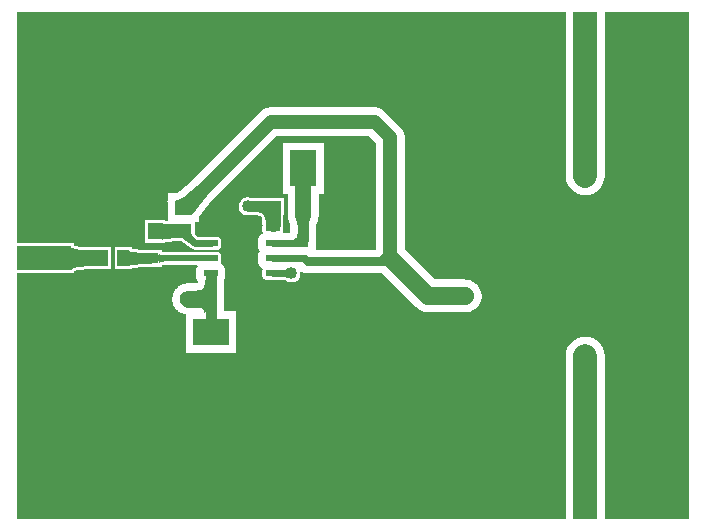
<source format=gbr>
%TF.GenerationSoftware,Altium Limited,Altium Designer,25.0.2 (28)*%
G04 Layer_Physical_Order=1*
G04 Layer_Color=255*
%FSLAX45Y45*%
%MOMM*%
%TF.SameCoordinates,B98E361C-49A8-4C36-954A-03D76396FE22*%
%TF.FilePolarity,Positive*%
%TF.FileFunction,Copper,L1,Top,Signal*%
%TF.Part,Single*%
G01*
G75*
%TA.AperFunction,SMDPad,SMDef*%
G04:AMPARAMS|DCode=10|XSize=2.74681mm|YSize=4.9mm|CornerRadius=0.05494mm|HoleSize=0mm|Usage=FLASHONLY|Rotation=0.000|XOffset=0mm|YOffset=0mm|HoleType=Round|Shape=RoundedRectangle|*
%AMROUNDEDRECTD10*
21,1,2.74681,4.79013,0,0,0.0*
21,1,2.63694,4.90000,0,0,0.0*
1,1,0.10987,1.31847,-2.39507*
1,1,0.10987,-1.31847,-2.39507*
1,1,0.10987,-1.31847,2.39507*
1,1,0.10987,1.31847,2.39507*
%
%ADD10ROUNDEDRECTD10*%
%TA.AperFunction,SMDPad,CuDef*%
G04:AMPARAMS|DCode=11|XSize=0.55mm|YSize=1.25mm|CornerRadius=0.0495mm|HoleSize=0mm|Usage=FLASHONLY|Rotation=90.000|XOffset=0mm|YOffset=0mm|HoleType=Round|Shape=RoundedRectangle|*
%AMROUNDEDRECTD11*
21,1,0.55000,1.15100,0,0,90.0*
21,1,0.45100,1.25000,0,0,90.0*
1,1,0.09900,0.57550,0.22550*
1,1,0.09900,0.57550,-0.22550*
1,1,0.09900,-0.57550,-0.22550*
1,1,0.09900,-0.57550,0.22550*
%
%ADD11ROUNDEDRECTD11*%
%ADD12R,3.04800X2.28600*%
%ADD13R,1.20000X1.45000*%
%ADD14R,0.95000X1.40000*%
%ADD15R,1.40000X0.95000*%
%TA.AperFunction,ConnectorPad*%
%ADD16R,4.57200X1.27000*%
%ADD17R,4.57200X2.03200*%
%ADD18R,1.27000X4.57200*%
%ADD19R,2.03200X4.57200*%
%TA.AperFunction,SMDPad,CuDef*%
%ADD20R,2.28600X3.04800*%
%ADD21R,1.45000X1.20000*%
%ADD22R,1.00000X1.35000*%
%TA.AperFunction,Conductor*%
%ADD23C,1.19380*%
%ADD24C,1.52400*%
%ADD25C,0.55880*%
%ADD26C,0.93980*%
%ADD27C,1.34620*%
%ADD28C,1.24460*%
%ADD29C,2.03200*%
%ADD30C,0.63500*%
%ADD31C,0.76200*%
%ADD32C,1.39700*%
%ADD33C,0.95250*%
%ADD34C,0.53340*%
%TA.AperFunction,ComponentPad*%
%ADD35C,1.52400*%
%TA.AperFunction,ViaPad*%
%ADD36C,1.34620*%
%ADD37C,1.39700*%
%ADD38C,1.01600*%
%ADD39C,0.50000*%
%ADD40C,0.60960*%
G36*
X8242300Y2552700D02*
X7528560D01*
Y2773313D01*
X7529347Y2781300D01*
Y3937000D01*
X7526208Y3968867D01*
X7516913Y3999510D01*
X7501818Y4027751D01*
X7481503Y4052503D01*
X7456751Y4072818D01*
X7428510Y4087913D01*
X7397867Y4097208D01*
X7366000Y4100347D01*
X7334133Y4097208D01*
X7303490Y4087913D01*
X7275249Y4072818D01*
X7250497Y4052503D01*
X7230182Y4027751D01*
X7215087Y3999510D01*
X7205792Y3968867D01*
X7202653Y3937000D01*
Y2781300D01*
X7203440Y2773313D01*
Y2552700D01*
X2552700D01*
Y4635500D01*
X3008626D01*
X3009595Y4635307D01*
X3010564Y4635500D01*
X3011083D01*
X3011913Y4635411D01*
X3012215Y4635500D01*
X3035300D01*
Y4653328D01*
X3037534Y4654457D01*
X3048392Y4657850D01*
X3063633Y4660985D01*
X3174207Y4668961D01*
X3177488Y4668990D01*
X3251200D01*
X3255834Y4669600D01*
X3350900D01*
Y4855400D01*
X3255834D01*
X3251200Y4856010D01*
X3195588D01*
X3140007Y4857049D01*
X3084990Y4861018D01*
X3064457Y4863845D01*
X3048392Y4867150D01*
X3037535Y4870543D01*
X3035300Y4871672D01*
Y4889500D01*
X3012215D01*
X3011913Y4889589D01*
X3011083Y4889500D01*
X3010564D01*
X3009595Y4889693D01*
X3008626Y4889500D01*
X2552700D01*
Y6845300D01*
X7203440D01*
Y6624687D01*
X7202653Y6616700D01*
Y5461000D01*
X7205792Y5429133D01*
X7215087Y5398490D01*
X7230182Y5370249D01*
X7250497Y5345497D01*
X7275249Y5325182D01*
X7303490Y5310087D01*
X7334133Y5300792D01*
X7366000Y5297653D01*
X7397867Y5300792D01*
X7428510Y5310087D01*
X7456751Y5325182D01*
X7481503Y5345497D01*
X7501818Y5370249D01*
X7516913Y5398490D01*
X7526208Y5429133D01*
X7529347Y5461000D01*
Y6616700D01*
X7528560Y6624687D01*
Y6845300D01*
X8242300D01*
Y2552700D01*
D02*
G37*
G36*
X3011614Y4857338D02*
X3017672Y4851561D01*
X3027769Y4846463D01*
X3041904Y4842045D01*
X3060078Y4838306D01*
X3082290Y4835248D01*
X3138830Y4831169D01*
X3211525Y4829810D01*
Y4695190D01*
X3173158Y4694850D01*
X3060078Y4686694D01*
X3041904Y4682955D01*
X3027769Y4678537D01*
X3017672Y4673439D01*
X3011614Y4667662D01*
X3009595Y4661205D01*
Y4863795D01*
X3011614Y4857338D01*
D02*
G37*
%LPC*%
G36*
X5588000Y6039891D02*
X4702000D01*
X4670504Y6035745D01*
X4641154Y6023588D01*
X4615951Y6004249D01*
X4034503Y5422800D01*
X4033994Y5422479D01*
X3987504Y5378314D01*
X3948087Y5345548D01*
X3932012Y5333963D01*
X3917580Y5324822D01*
X3905665Y5318483D01*
X3896775Y5314811D01*
X3891557Y5313395D01*
X3884020Y5312641D01*
X3882115Y5312060D01*
X3828940D01*
Y5250918D01*
X3828328Y5244931D01*
X3828375Y5244775D01*
X3828359Y5244611D01*
X3828940Y5242705D01*
Y5087340D01*
X3821510Y5080410D01*
X3812016Y5081073D01*
X3806500Y5081788D01*
Y5089000D01*
X3781764D01*
X3780795Y5089193D01*
X3779826Y5089000D01*
X3635700D01*
Y4994324D01*
X3635276Y4991100D01*
X3635700Y4987876D01*
Y4893200D01*
X3779826D01*
X3780795Y4893007D01*
X3781764Y4893200D01*
X3806500D01*
Y4898526D01*
X3924625Y4905276D01*
X3945141D01*
X4025329Y4851259D01*
X4025544Y4851044D01*
X4043188Y4839255D01*
X4064000Y4835115D01*
X4195200D01*
X4199677Y4836006D01*
X4252750D01*
X4264592Y4838361D01*
X4274631Y4845069D01*
X4281339Y4855108D01*
X4283695Y4866950D01*
Y4912050D01*
X4281339Y4923892D01*
X4274631Y4933931D01*
X4264592Y4940639D01*
X4252750Y4942994D01*
X4199677D01*
X4195200Y4943885D01*
X4086527D01*
X4086037Y4944375D01*
X4070975Y4961238D01*
X4064522Y4969501D01*
X4060300Y4975692D01*
Y5070140D01*
X4095860D01*
Y5108819D01*
X4208609Y5252712D01*
X4752406Y5796509D01*
X5537594D01*
X5593309Y5740794D01*
Y4843960D01*
X5586124Y4836776D01*
X5086859Y4836854D01*
Y4911695D01*
X5087281Y4914900D01*
Y5001001D01*
X5087543Y5002285D01*
X5087603Y5014148D01*
X5088479Y5042690D01*
X5089261Y5051871D01*
X5090444Y5053412D01*
X5093689Y5061246D01*
X5097929Y5068590D01*
X5100123Y5076780D01*
X5103369Y5084615D01*
X5104475Y5093023D01*
X5106670Y5101213D01*
Y5109692D01*
X5107777Y5118100D01*
Y5311140D01*
X5153660D01*
Y5737860D01*
X4803140D01*
Y5311140D01*
X4849023D01*
Y5118100D01*
X4850130Y5109692D01*
Y5101213D01*
X4852325Y5093023D01*
X4853431Y5084615D01*
X4856677Y5076780D01*
X4858871Y5068590D01*
X4863111Y5061246D01*
X4866356Y5053412D01*
X4866872Y5052739D01*
X4869201Y5013270D01*
X4869256Y5002285D01*
X4869518Y5001001D01*
Y4979167D01*
X4815663D01*
X4807775Y4989327D01*
X4808694Y4993950D01*
Y5039050D01*
X4807397Y5045572D01*
X4808586Y5054600D01*
Y5130500D01*
X4815599D01*
Y5276300D01*
X4721075D01*
X4720199Y5276415D01*
X4650893D01*
X4650504Y5276493D01*
X4650485Y5276489D01*
X4650466Y5276493D01*
X4597055Y5276415D01*
X4530420D01*
X4518532Y5279601D01*
X4498468D01*
X4479088Y5274408D01*
X4461712Y5264376D01*
X4447525Y5250189D01*
X4437493Y5232813D01*
X4432300Y5213433D01*
Y5193369D01*
X4437493Y5173989D01*
X4447525Y5156613D01*
X4461712Y5142426D01*
X4479088Y5132394D01*
X4498468Y5127201D01*
X4518532D01*
X4530420Y5130386D01*
X4578198D01*
X4593737Y5127722D01*
X4607437Y5124754D01*
X4615733Y5122265D01*
X4621821Y5118391D01*
X4625695Y5112302D01*
X4628184Y5104007D01*
X4631152Y5090308D01*
X4631813Y5086452D01*
Y5054600D01*
X4633002Y5045569D01*
X4631705Y5039050D01*
Y4993950D01*
X4634061Y4982108D01*
X4635138Y4980495D01*
X4632189Y4970773D01*
X4629411Y4969622D01*
X4615642Y4959057D01*
X4605078Y4945289D01*
X4598436Y4929256D01*
X4596171Y4912050D01*
Y4866950D01*
X4598436Y4849744D01*
X4605078Y4833711D01*
X4610994Y4826000D01*
X4605078Y4818289D01*
X4598436Y4802256D01*
X4596171Y4785050D01*
Y4739950D01*
X4598436Y4722744D01*
X4605078Y4706711D01*
X4615642Y4692943D01*
X4629411Y4682378D01*
X4632189Y4681227D01*
X4635138Y4671504D01*
X4634061Y4669892D01*
X4631705Y4658050D01*
Y4612950D01*
X4634061Y4601108D01*
X4640769Y4591069D01*
X4650808Y4584361D01*
X4662650Y4582006D01*
X4715723D01*
X4720200Y4581115D01*
X4800129D01*
X4812276Y4579908D01*
X4817193Y4579073D01*
X4821548Y4578076D01*
X4825019Y4577031D01*
X4827571Y4576031D01*
X4829191Y4575205D01*
X4829614Y4574922D01*
X4830012Y4574525D01*
X4847388Y4564493D01*
X4866768Y4559300D01*
X4886832D01*
X4906212Y4564493D01*
X4923588Y4574525D01*
X4937775Y4588712D01*
X4947807Y4606088D01*
X4953000Y4625468D01*
Y4645532D01*
X4951486Y4651184D01*
X4960407Y4657145D01*
X4970218Y4649617D01*
X4992771Y4640275D01*
X5016973Y4637090D01*
X5018029Y4637229D01*
X5019497Y4637035D01*
X5644915Y4636937D01*
X5934676Y4347176D01*
X5963328Y4325191D01*
X5996694Y4311370D01*
X6032500Y4306656D01*
X6350000D01*
X6358991Y4307840D01*
X6368057D01*
X6376816Y4310187D01*
X6385806Y4311370D01*
X6394183Y4314840D01*
X6402942Y4317187D01*
X6410795Y4321721D01*
X6419172Y4325191D01*
X6426365Y4330711D01*
X6434218Y4335245D01*
X6440630Y4341656D01*
X6447824Y4347176D01*
X6453344Y4354370D01*
X6459755Y4360782D01*
X6464289Y4368635D01*
X6469809Y4375828D01*
X6473279Y4384205D01*
X6477813Y4392058D01*
X6480160Y4400817D01*
X6483630Y4409194D01*
X6484813Y4418184D01*
X6487160Y4426943D01*
Y4436009D01*
X6488344Y4445000D01*
X6487160Y4453991D01*
Y4463057D01*
X6484813Y4471816D01*
X6483630Y4480806D01*
X6480160Y4489183D01*
X6477813Y4497942D01*
X6473279Y4505795D01*
X6469809Y4514172D01*
X6464289Y4521365D01*
X6459755Y4529218D01*
X6453344Y4535630D01*
X6447824Y4542824D01*
X6440630Y4548344D01*
X6434218Y4554755D01*
X6426365Y4559289D01*
X6419172Y4564809D01*
X6410795Y4568279D01*
X6402942Y4572813D01*
X6394183Y4575160D01*
X6385806Y4578630D01*
X6376816Y4579813D01*
X6368057Y4582160D01*
X6358991D01*
X6350000Y4583344D01*
X6089804D01*
X5836691Y4836456D01*
Y5791200D01*
X5832545Y5822696D01*
X5820388Y5852046D01*
X5801049Y5877249D01*
X5674049Y6004249D01*
X5648846Y6023588D01*
X5619496Y6035745D01*
X5588000Y6039891D01*
D02*
G37*
G36*
X3505195Y4855593D02*
X3504226Y4855400D01*
X3380100D01*
Y4669600D01*
X3504226D01*
X3505195Y4669407D01*
X3505528Y4669474D01*
X3505864Y4669416D01*
X3506680Y4669600D01*
X3530900D01*
Y4681831D01*
X3532232Y4682170D01*
X3621973Y4688789D01*
X3629748Y4688845D01*
X3683000D01*
X3688736Y4689600D01*
X3751726D01*
X3752695Y4689407D01*
X3753664Y4689600D01*
X3778400D01*
Y4705346D01*
X3779246Y4705611D01*
X3785277Y4706877D01*
X3814898Y4709410D01*
X4081175D01*
X4086186Y4699250D01*
X4080078Y4691289D01*
X4073436Y4675256D01*
X4071171Y4658050D01*
Y4612950D01*
X4073436Y4595744D01*
X4080078Y4579711D01*
X4085678Y4572412D01*
Y4572282D01*
X4083740Y4560975D01*
X4082188Y4553812D01*
X4075025Y4552260D01*
X4070817Y4551539D01*
X4000500D01*
X3991926Y4550410D01*
X3983279D01*
X3974925Y4548172D01*
X3966352Y4547043D01*
X3958363Y4543734D01*
X3950009Y4541496D01*
X3942520Y4537172D01*
X3934531Y4533862D01*
X3927670Y4528598D01*
X3920181Y4524274D01*
X3914066Y4518159D01*
X3907205Y4512895D01*
X3901941Y4506034D01*
X3895826Y4499919D01*
X3891502Y4492430D01*
X3886238Y4485569D01*
X3882928Y4477580D01*
X3878604Y4470091D01*
X3876366Y4461737D01*
X3873057Y4453748D01*
X3871928Y4445175D01*
X3869690Y4436821D01*
Y4428174D01*
X3868561Y4419600D01*
X3869690Y4411026D01*
Y4402379D01*
X3871928Y4394025D01*
X3873057Y4385452D01*
X3876366Y4377463D01*
X3878604Y4369109D01*
X3882928Y4361620D01*
X3886238Y4353631D01*
X3891502Y4346770D01*
X3895826Y4339281D01*
X3901941Y4333166D01*
X3907205Y4326305D01*
X3914066Y4321041D01*
X3920181Y4314926D01*
X3927670Y4310602D01*
X3934531Y4305338D01*
X3942520Y4302028D01*
X3950009Y4297704D01*
X3958363Y4295466D01*
X3966352Y4292157D01*
X3974925Y4291028D01*
X3981841Y4289175D01*
Y3964940D01*
X4408561D01*
Y4315460D01*
X4304722D01*
Y4419600D01*
X4304722Y4419602D01*
Y4572413D01*
X4310322Y4579711D01*
X4316963Y4595744D01*
X4319229Y4612950D01*
Y4658050D01*
X4316963Y4675256D01*
X4310322Y4691289D01*
X4299757Y4705057D01*
X4285989Y4715622D01*
X4283211Y4716773D01*
X4280261Y4726496D01*
X4281339Y4728108D01*
X4283695Y4739950D01*
Y4785050D01*
X4281339Y4796892D01*
X4274631Y4806931D01*
X4264592Y4813639D01*
X4252750Y4815994D01*
X4137650D01*
X4135617Y4815590D01*
X3813387D01*
X3794503Y4816801D01*
X3785938Y4817984D01*
X3779246Y4819389D01*
X3778400Y4819654D01*
Y4835400D01*
X3753664D01*
X3752695Y4835593D01*
X3751726Y4835400D01*
X3688736D01*
X3683000Y4836155D01*
X3639552D01*
X3597594Y4836794D01*
X3558833Y4839069D01*
X3544497Y4840676D01*
X3533395Y4842534D01*
X3530900Y4843169D01*
Y4855400D01*
X3506679D01*
X3505864Y4855584D01*
X3505529Y4855526D01*
X3505195Y4855593D01*
D02*
G37*
%LPD*%
G36*
X4161217Y5293002D02*
X4034595Y5131405D01*
X3890205Y5250795D01*
X3902866Y5252061D01*
X3916861Y5255860D01*
X3932188Y5262191D01*
X3948849Y5271055D01*
X3966842Y5282451D01*
X3986168Y5296379D01*
X4028819Y5331833D01*
X4076802Y5377417D01*
X4161217Y5293002D01*
D02*
G37*
G36*
X4650504Y5160934D02*
X4664710Y5161280D01*
X4662170Y5057140D01*
X4659630Y5077460D01*
X4656582Y5095240D01*
X4653280Y5110480D01*
X4649470Y5123180D01*
X4640580Y5137150D01*
X4626610Y5146040D01*
X4613910Y5149850D01*
X4598670Y5153152D01*
X4580890Y5156200D01*
X4580027Y5156308D01*
X4509534Y5156411D01*
Y5250391D01*
X4650504Y5250595D01*
Y5160934D01*
D02*
G37*
G36*
X5031737Y5077041D02*
X5030531Y5074812D01*
X5029452Y5071425D01*
X5028500Y5066878D01*
X5027675Y5061172D01*
X5026405Y5046284D01*
X5025453Y5015257D01*
X5025390Y5002597D01*
X4937975Y5002597D01*
X4940300Y4907280D01*
X4836160Y4909820D01*
X4856480Y4912360D01*
X4874260Y4915408D01*
X4889500Y4918710D01*
X4902200Y4922520D01*
X4916170Y4931410D01*
X4925060Y4945380D01*
X4928870Y4958080D01*
X4932172Y4973320D01*
X4935220Y4991100D01*
X4936657Y5002597D01*
X4931410D01*
X4931346Y5015257D01*
X4928300Y5066878D01*
X4927348Y5071425D01*
X4926269Y5074813D01*
X4925063Y5077041D01*
X5031737Y5077041D01*
D02*
G37*
G36*
X3782586Y5060919D02*
X3787958Y5058793D01*
X3796911Y5056917D01*
X3809446Y5055292D01*
X3845260Y5052791D01*
X3959865Y5050790D01*
Y4937002D01*
X4034290Y4988746D01*
X4031597Y4985735D01*
X4030602Y4981627D01*
X4031304Y4976421D01*
X4033704Y4970118D01*
X4037802Y4962717D01*
X4043597Y4954220D01*
X4051090Y4944625D01*
X4071170Y4922143D01*
X4083757Y4909257D01*
X4044243Y4869743D01*
X3952737Y4931384D01*
X3925842Y4931285D01*
X3787958Y4923407D01*
X3782586Y4921281D01*
X3780795Y4918905D01*
Y5063295D01*
X3782586Y5060919D01*
D02*
G37*
G36*
X5664200Y4762500D02*
X5560060Y4765040D01*
X5580380Y4767580D01*
X5598160Y4770628D01*
X5613400Y4773930D01*
X5626100Y4777740D01*
X5640070Y4786630D01*
X5648960Y4800600D01*
X5652770Y4813300D01*
X5656072Y4828540D01*
X5659120Y4846320D01*
X5661660Y4866640D01*
X5664200Y4762500D01*
D02*
G37*
G36*
X4845812Y4595246D02*
X4842310Y4597586D01*
X4838204Y4599679D01*
X4833492Y4601526D01*
X4828176Y4603127D01*
X4822254Y4604482D01*
X4815728Y4605590D01*
X4800861Y4607067D01*
X4792520Y4607437D01*
X4783574Y4607560D01*
Y4663440D01*
X4792520Y4663563D01*
X4815728Y4665410D01*
X4822254Y4666518D01*
X4828176Y4667873D01*
X4833492Y4669474D01*
X4838204Y4671321D01*
X4842310Y4673414D01*
X4845812Y4675754D01*
Y4595246D01*
D02*
G37*
G36*
X3753495Y4805795D02*
X3755895Y4802306D01*
X3759896Y4799227D01*
X3765497Y4796559D01*
X3772698Y4794301D01*
X3781499Y4792454D01*
X3791900Y4791017D01*
X3817503Y4789375D01*
X3832705Y4789170D01*
Y4735830D01*
X3817503Y4735625D01*
X3781499Y4732546D01*
X3772698Y4730699D01*
X3765497Y4728441D01*
X3759896Y4725773D01*
X3755895Y4722694D01*
X3753495Y4719205D01*
X3752695Y4715305D01*
Y4809695D01*
X3753495Y4805795D01*
D02*
G37*
G36*
X3506624Y4825977D02*
X3510910Y4822650D01*
X3518054Y4819715D01*
X3528055Y4817170D01*
X3540914Y4815018D01*
X3556630Y4813256D01*
X3596635Y4810908D01*
X3648070Y4810125D01*
Y4714875D01*
X3620924Y4714679D01*
X3528055Y4707830D01*
X3518054Y4705285D01*
X3510910Y4702350D01*
X3506624Y4699023D01*
X3505195Y4695305D01*
Y4829695D01*
X3506624Y4825977D01*
D02*
G37*
G36*
X4152900Y4483100D02*
X4048760Y4485640D01*
X4069080Y4488180D01*
X4086860Y4491228D01*
X4102100Y4494530D01*
X4114800Y4498340D01*
X4128770Y4507230D01*
X4137660Y4521200D01*
X4141470Y4533900D01*
X4144772Y4549140D01*
X4147820Y4566920D01*
X4150360Y4587240D01*
X4152900Y4483100D01*
D02*
G37*
G36*
X4149090Y4250690D02*
X4146550Y4271010D01*
X4143502Y4288790D01*
X4140200Y4304030D01*
X4136390Y4316730D01*
X4127500Y4330700D01*
X4113530Y4339590D01*
X4100830Y4343400D01*
X4085590Y4346702D01*
X4067810Y4349750D01*
X4047490Y4352290D01*
X4151630Y4354830D01*
X4149090Y4250690D01*
D02*
G37*
D10*
X4457700Y4826000D02*
D03*
D11*
X4195200Y5016500D02*
D03*
Y4889500D02*
D03*
Y4762500D02*
D03*
Y4635500D02*
D03*
X4720200Y5016500D02*
D03*
Y4889500D02*
D03*
Y4762500D02*
D03*
Y4635500D02*
D03*
D12*
X4195201Y3683000D02*
D03*
Y4140200D02*
D03*
D13*
X3521100Y4991100D02*
D03*
X3721100D02*
D03*
D14*
X4380200Y4419600D02*
D03*
X4195200D02*
D03*
X4978399Y4927600D02*
D03*
X5163399D02*
D03*
D15*
X3683000Y4762500D02*
D03*
Y4577501D02*
D03*
X4720199Y5203400D02*
D03*
Y5388400D02*
D03*
D16*
X2781300Y4508500D02*
D03*
Y5016500D02*
D03*
D17*
Y4762500D02*
D03*
D18*
X7112000Y6616700D02*
D03*
X7620000D02*
D03*
Y2781300D02*
D03*
X7112000D02*
D03*
D19*
X7366000Y6616700D02*
D03*
Y2781300D02*
D03*
D20*
X4978400Y5524500D02*
D03*
X5435600D02*
D03*
D21*
X3962400Y5191100D02*
D03*
Y4991100D02*
D03*
D22*
X3275500Y4762500D02*
D03*
X3455500D02*
D03*
D23*
X3962400Y5191100D02*
X3974900D01*
X4702000Y5918200D01*
X5715000Y4762500D02*
Y5791200D01*
X5588000Y5918200D02*
X5715000Y5791200D01*
X4702000Y5918200D02*
X5588000D01*
X3721100Y4991100D02*
X3962400D01*
D24*
X5727700Y4749800D02*
X6032500Y4445000D01*
X6350000D01*
D25*
X4720200Y4889500D02*
X4978399D01*
X4720200D02*
X4978399D01*
X4720200Y4635500D02*
X4876800D01*
X4720200Y4762500D02*
X4985071D01*
X4720200D02*
X4720640Y4762060D01*
X5683100Y4730600D02*
X5715000Y4762500D01*
X4006960Y4946540D02*
X4064000Y4889500D01*
X4195200D01*
X3962400Y4991100D02*
X3974900D01*
D26*
X4978400Y4914900D02*
Y5118100D01*
X4508500Y5203401D02*
X4720199D01*
D27*
X4978400Y5118100D02*
Y5524500D01*
X2781300Y4762500D02*
X3251200D01*
D28*
X4720199Y5054600D02*
Y5181600D01*
D29*
X7366000Y5461000D02*
Y6616700D01*
Y2781300D02*
Y3937000D01*
D30*
X4988880Y4758690D02*
X5016971Y4730600D01*
D31*
X5019512Y4736950D02*
X5683100Y4736846D01*
D32*
X4000500Y4419600D02*
X4165600D01*
D33*
X4195200Y4419600D02*
X4195200Y4419600D01*
X4195200Y4419600D02*
Y4610100D01*
X4195200Y4140201D02*
X4195201Y4140200D01*
X4195200Y4140201D02*
Y4419600D01*
X3455500Y4762500D02*
X3683000D01*
D34*
X4195200D01*
D35*
X7874000Y3937000D02*
D03*
Y4445000D02*
D03*
Y4953000D02*
D03*
Y5461000D02*
D03*
X7366000Y3937000D02*
D03*
Y4445000D02*
D03*
Y4953000D02*
D03*
Y5461000D02*
D03*
X6858000Y3937000D02*
D03*
Y4445000D02*
D03*
Y4953000D02*
D03*
Y5461000D02*
D03*
X6350000Y3937000D02*
D03*
Y4445000D02*
D03*
Y4953000D02*
D03*
Y5461000D02*
D03*
D36*
X4978400Y5118100D02*
D03*
D37*
X4000500Y4419600D02*
D03*
D38*
X4508500Y5203401D02*
D03*
X4876800Y4635500D02*
D03*
D39*
X4522700Y5021000D02*
D03*
X4392700D02*
D03*
X4522700Y4631000D02*
D03*
X4392700D02*
D03*
X4522700Y4761000D02*
D03*
X4392700D02*
D03*
X4522700Y4891000D02*
D03*
X4392700D02*
D03*
D40*
X7570954Y2601400D02*
D03*
Y2687760D02*
D03*
Y2774120D02*
D03*
Y2860480D02*
D03*
Y2946840D02*
D03*
Y3033200D02*
D03*
X7161046Y2592909D02*
D03*
Y2679269D02*
D03*
Y2765629D02*
D03*
Y2851989D02*
D03*
Y2938349D02*
D03*
Y3024709D02*
D03*
X7262150Y4112690D02*
D03*
X7198659Y4054150D02*
D03*
X7165108Y3974573D02*
D03*
X7161046Y3888309D02*
D03*
Y3801949D02*
D03*
Y3715589D02*
D03*
Y3629229D02*
D03*
Y3542869D02*
D03*
Y3456509D02*
D03*
Y3370149D02*
D03*
Y3283789D02*
D03*
Y3197429D02*
D03*
Y3111069D02*
D03*
X7570954Y3119560D02*
D03*
Y3205920D02*
D03*
Y3292280D02*
D03*
Y3378640D02*
D03*
Y3465000D02*
D03*
Y3551360D02*
D03*
Y3637720D02*
D03*
Y3724080D02*
D03*
Y3810440D02*
D03*
Y3896800D02*
D03*
X7564963Y3982952D02*
D03*
X7528061Y4061031D02*
D03*
X7462323Y4117036D02*
D03*
X7379376Y4141077D02*
D03*
X7161046Y6677811D02*
D03*
Y6591451D02*
D03*
Y6505091D02*
D03*
Y6418731D02*
D03*
X7159293Y6764171D02*
D03*
X7569200Y6716105D02*
D03*
Y6629745D02*
D03*
Y6543385D02*
D03*
Y6457025D02*
D03*
X7567446Y6802466D02*
D03*
X7569200Y6370665D02*
D03*
X7161046Y6332371D02*
D03*
Y6246011D02*
D03*
Y6159651D02*
D03*
Y6073291D02*
D03*
Y5986931D02*
D03*
Y5900571D02*
D03*
Y5814211D02*
D03*
Y5727851D02*
D03*
Y5641491D02*
D03*
Y5555131D02*
D03*
Y5468771D02*
D03*
X7177042Y5383905D02*
D03*
X7225779Y5312612D02*
D03*
X7299511Y5267649D02*
D03*
X7385296Y5257702D02*
D03*
X7467559Y5283987D02*
D03*
X7531743Y5341767D02*
D03*
X7566510Y5420819D02*
D03*
X7570954Y5507065D02*
D03*
Y5593425D02*
D03*
Y5679785D02*
D03*
Y5766145D02*
D03*
Y5852505D02*
D03*
Y5938865D02*
D03*
Y6025225D02*
D03*
Y6111585D02*
D03*
Y6197945D02*
D03*
Y6284305D02*
D03*
%TF.MD5,27f23171071729fd6c1e5f26170cfb9d*%
M02*

</source>
